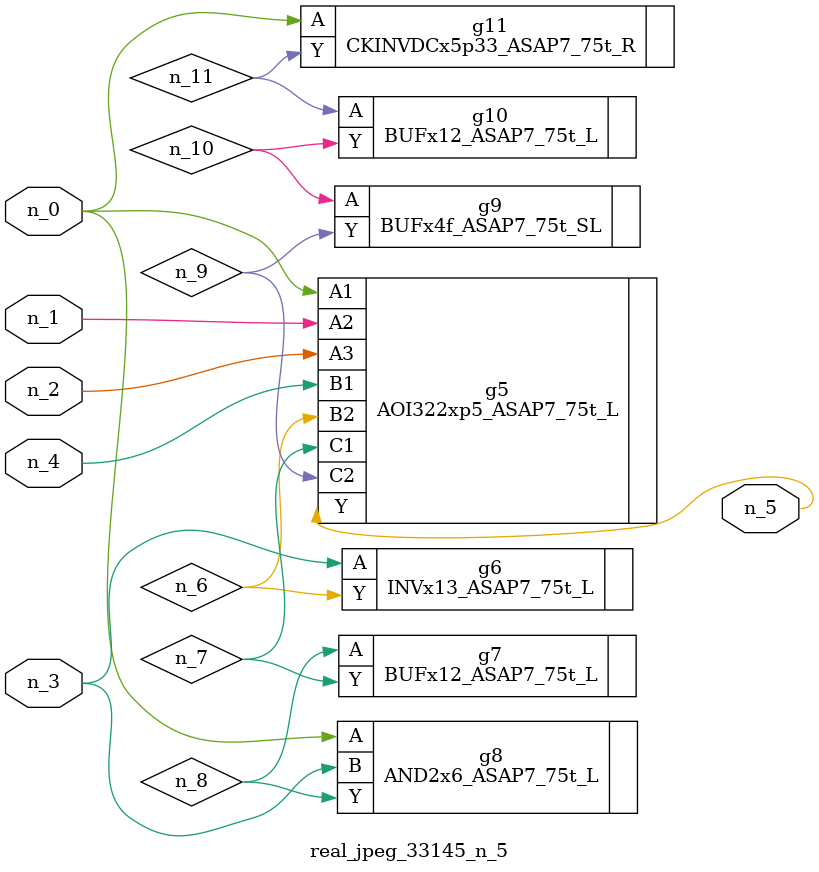
<source format=v>
module real_jpeg_33145_n_5 (n_4, n_0, n_1, n_2, n_3, n_5);

input n_4;
input n_0;
input n_1;
input n_2;
input n_3;

output n_5;

wire n_8;
wire n_11;
wire n_6;
wire n_7;
wire n_10;
wire n_9;

AOI322xp5_ASAP7_75t_L g5 ( 
.A1(n_0),
.A2(n_1),
.A3(n_2),
.B1(n_4),
.B2(n_6),
.C1(n_7),
.C2(n_9),
.Y(n_5)
);

AND2x6_ASAP7_75t_L g8 ( 
.A(n_0),
.B(n_3),
.Y(n_8)
);

CKINVDCx5p33_ASAP7_75t_R g11 ( 
.A(n_0),
.Y(n_11)
);

INVx13_ASAP7_75t_L g6 ( 
.A(n_3),
.Y(n_6)
);

BUFx12_ASAP7_75t_L g7 ( 
.A(n_8),
.Y(n_7)
);

BUFx4f_ASAP7_75t_SL g9 ( 
.A(n_10),
.Y(n_9)
);

BUFx12_ASAP7_75t_L g10 ( 
.A(n_11),
.Y(n_10)
);


endmodule
</source>
